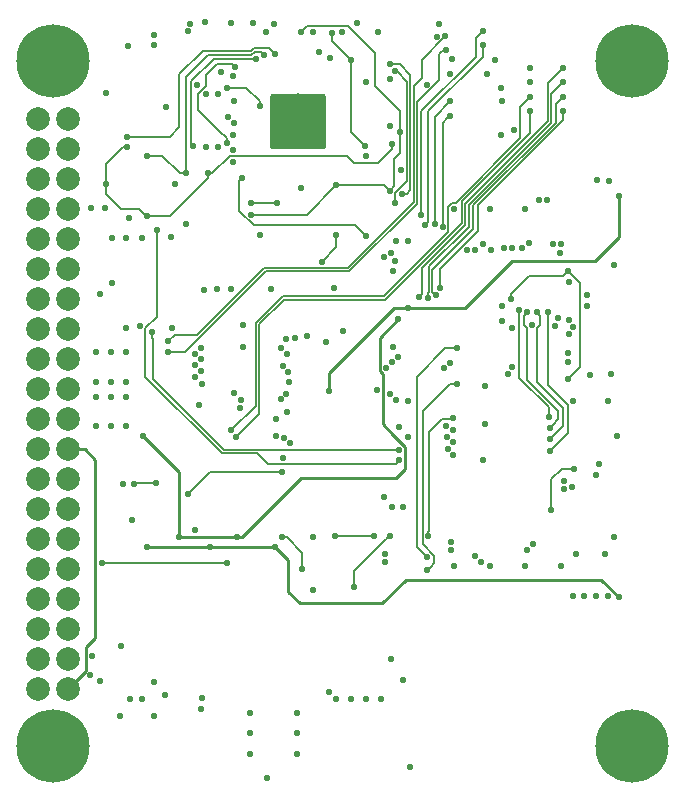
<source format=gbr>
G04 #@! TF.GenerationSoftware,KiCad,Pcbnew,5.0.2+dfsg1-1~bpo9+1*
G04 #@! TF.CreationDate,2019-11-06T14:07:43+01:00*
G04 #@! TF.ProjectId,zglue-demo-board,7a676c75-652d-4646-956d-6f2d626f6172,rev?*
G04 #@! TF.SameCoordinates,Original*
G04 #@! TF.FileFunction,Copper,L6,Bot*
G04 #@! TF.FilePolarity,Positive*
%FSLAX46Y46*%
G04 Gerber Fmt 4.6, Leading zero omitted, Abs format (unit mm)*
G04 Created by KiCad (PCBNEW 5.0.2+dfsg1-1~bpo9+1) date Wed 06 Nov 2019 02:07:43 PM CET*
%MOMM*%
%LPD*%
G01*
G04 APERTURE LIST*
G04 #@! TA.AperFunction,ComponentPad*
%ADD10C,6.200000*%
G04 #@! TD*
G04 #@! TA.AperFunction,Conductor*
%ADD11C,0.100000*%
G04 #@! TD*
G04 #@! TA.AperFunction,Conductor*
%ADD12C,4.700000*%
G04 #@! TD*
G04 #@! TA.AperFunction,ViaPad*
%ADD13C,0.500000*%
G04 #@! TD*
G04 #@! TA.AperFunction,ComponentPad*
%ADD14C,2.000000*%
G04 #@! TD*
G04 #@! TA.AperFunction,ViaPad*
%ADD15C,0.550000*%
G04 #@! TD*
G04 #@! TA.AperFunction,Conductor*
%ADD16C,0.250000*%
G04 #@! TD*
G04 #@! TA.AperFunction,Conductor*
%ADD17C,0.150000*%
G04 #@! TD*
G04 APERTURE END LIST*
D10*
G04 #@! TO.P,REF\002A\002A,0*
G04 #@! TO.N,N/C*
X3500000Y-4000000D03*
G04 #@! TD*
G04 #@! TO.P,REF\002A\002A,0*
G04 #@! TO.N,N/C*
X3500000Y-62000000D03*
G04 #@! TD*
G04 #@! TO.P,REF\002A\002A,0*
G04 #@! TO.N,N/C*
X52500000Y-62000000D03*
G04 #@! TD*
G04 #@! TO.P,REF\002A\002A,0*
G04 #@! TO.N,N/C*
X52500000Y-4000000D03*
G04 #@! TD*
D11*
G04 #@! TO.N,GND*
G04 #@! TO.C,U6*
G36*
X26374507Y-6751204D02*
X26398775Y-6754804D01*
X26422573Y-6760765D01*
X26445673Y-6769030D01*
X26467851Y-6779519D01*
X26488894Y-6792132D01*
X26508599Y-6806747D01*
X26526778Y-6823222D01*
X26543253Y-6841401D01*
X26557868Y-6861106D01*
X26570481Y-6882149D01*
X26580970Y-6904327D01*
X26589235Y-6927427D01*
X26595196Y-6951225D01*
X26598796Y-6975493D01*
X26600000Y-6999997D01*
X26600000Y-11200003D01*
X26598796Y-11224507D01*
X26595196Y-11248775D01*
X26589235Y-11272573D01*
X26580970Y-11295673D01*
X26570481Y-11317851D01*
X26557868Y-11338894D01*
X26543253Y-11358599D01*
X26526778Y-11376778D01*
X26508599Y-11393253D01*
X26488894Y-11407868D01*
X26467851Y-11420481D01*
X26445673Y-11430970D01*
X26422573Y-11439235D01*
X26398775Y-11445196D01*
X26374507Y-11448796D01*
X26350003Y-11450000D01*
X22149997Y-11450000D01*
X22125493Y-11448796D01*
X22101225Y-11445196D01*
X22077427Y-11439235D01*
X22054327Y-11430970D01*
X22032149Y-11420481D01*
X22011106Y-11407868D01*
X21991401Y-11393253D01*
X21973222Y-11376778D01*
X21956747Y-11358599D01*
X21942132Y-11338894D01*
X21929519Y-11317851D01*
X21919030Y-11295673D01*
X21910765Y-11272573D01*
X21904804Y-11248775D01*
X21901204Y-11224507D01*
X21900000Y-11200003D01*
X21900000Y-6999997D01*
X21901204Y-6975493D01*
X21904804Y-6951225D01*
X21910765Y-6927427D01*
X21919030Y-6904327D01*
X21929519Y-6882149D01*
X21942132Y-6861106D01*
X21956747Y-6841401D01*
X21973222Y-6823222D01*
X21991401Y-6806747D01*
X22011106Y-6792132D01*
X22032149Y-6779519D01*
X22054327Y-6769030D01*
X22077427Y-6760765D01*
X22101225Y-6754804D01*
X22125493Y-6751204D01*
X22149997Y-6750000D01*
X26350003Y-6750000D01*
X26374507Y-6751204D01*
X26374507Y-6751204D01*
G37*
D12*
X24250000Y-9100000D03*
D13*
X26350000Y-11200000D03*
X24950000Y-11200000D03*
X23550000Y-11200000D03*
X22150000Y-11200000D03*
X26350000Y-9800000D03*
X24950000Y-9800000D03*
X23550000Y-9800000D03*
X22150000Y-9800000D03*
X26350000Y-8400000D03*
X24950000Y-8400000D03*
X23550000Y-8400000D03*
X22150000Y-8400000D03*
X26350000Y-7000000D03*
X24950000Y-7000000D03*
X23550000Y-7000000D03*
X22150000Y-7000000D03*
G04 #@! TD*
D14*
G04 #@! TO.P,J4,40*
G04 #@! TO.N,Net-(J4-Pad40)*
X2230000Y-8870000D03*
G04 #@! TO.P,J4,39*
G04 #@! TO.N,GND*
X4770000Y-8870000D03*
G04 #@! TO.P,J4,38*
G04 #@! TO.N,Net-(J4-Pad38)*
X2230000Y-11410000D03*
G04 #@! TO.P,J4,37*
G04 #@! TO.N,Net-(J4-Pad37)*
X4770000Y-11410000D03*
G04 #@! TO.P,J4,36*
G04 #@! TO.N,Net-(J4-Pad36)*
X2230000Y-13950000D03*
G04 #@! TO.P,J4,35*
G04 #@! TO.N,Net-(J4-Pad35)*
X4770000Y-13950000D03*
G04 #@! TO.P,J4,34*
G04 #@! TO.N,GND*
X2230000Y-16490000D03*
G04 #@! TO.P,J4,33*
G04 #@! TO.N,Net-(J4-Pad33)*
X4770000Y-16490000D03*
G04 #@! TO.P,J4,32*
G04 #@! TO.N,Net-(J4-Pad32)*
X2230000Y-19030000D03*
G04 #@! TO.P,J4,31*
G04 #@! TO.N,Net-(J4-Pad31)*
X4770000Y-19030000D03*
G04 #@! TO.P,J4,30*
G04 #@! TO.N,GND*
X2230000Y-21570000D03*
G04 #@! TO.P,J4,29*
G04 #@! TO.N,Net-(J4-Pad29)*
X4770000Y-21570000D03*
G04 #@! TO.P,J4,28*
G04 #@! TO.N,Net-(J4-Pad28)*
X2230000Y-24110000D03*
G04 #@! TO.P,J4,27*
G04 #@! TO.N,Net-(J4-Pad27)*
X4770000Y-24110000D03*
G04 #@! TO.P,J4,26*
G04 #@! TO.N,Net-(J4-Pad26)*
X2230000Y-26650000D03*
G04 #@! TO.P,J4,25*
G04 #@! TO.N,GND*
X4770000Y-26650000D03*
G04 #@! TO.P,J4,24*
G04 #@! TO.N,Net-(J4-Pad24)*
X2230000Y-29190000D03*
G04 #@! TO.P,J4,23*
G04 #@! TO.N,Net-(J4-Pad23)*
X4770000Y-29190000D03*
G04 #@! TO.P,J4,22*
G04 #@! TO.N,Net-(J4-Pad22)*
X2230000Y-31730000D03*
G04 #@! TO.P,J4,21*
G04 #@! TO.N,Net-(J4-Pad21)*
X4770000Y-31730000D03*
G04 #@! TO.P,J4,20*
G04 #@! TO.N,GND*
X2230000Y-34270000D03*
G04 #@! TO.P,J4,19*
G04 #@! TO.N,Net-(J4-Pad19)*
X4770000Y-34270000D03*
G04 #@! TO.P,J4,18*
G04 #@! TO.N,Net-(J4-Pad18)*
X2230000Y-36810000D03*
G04 #@! TO.P,J4,17*
G04 #@! TO.N,Net-(J4-Pad1)*
X4770000Y-36810000D03*
G04 #@! TO.P,J4,16*
G04 #@! TO.N,Net-(J4-Pad16)*
X2230000Y-39350000D03*
G04 #@! TO.P,J4,15*
G04 #@! TO.N,Net-(J4-Pad15)*
X4770000Y-39350000D03*
G04 #@! TO.P,J4,14*
G04 #@! TO.N,GND*
X2230000Y-41890000D03*
G04 #@! TO.P,J4,13*
G04 #@! TO.N,Net-(J4-Pad13)*
X4770000Y-41890000D03*
G04 #@! TO.P,J4,12*
G04 #@! TO.N,Net-(J4-Pad12)*
X2230000Y-44430000D03*
G04 #@! TO.P,J4,11*
G04 #@! TO.N,Net-(J4-Pad11)*
X4770000Y-44430000D03*
G04 #@! TO.P,J4,10*
G04 #@! TO.N,Net-(J4-Pad10)*
X2230000Y-46970000D03*
G04 #@! TO.P,J4,9*
G04 #@! TO.N,GND*
X4770000Y-46970000D03*
G04 #@! TO.P,J4,8*
G04 #@! TO.N,Net-(J4-Pad8)*
X2230000Y-49510000D03*
G04 #@! TO.P,J4,7*
G04 #@! TO.N,Net-(J4-Pad7)*
X4770000Y-49510000D03*
G04 #@! TO.P,J4,6*
G04 #@! TO.N,GND*
X2230000Y-52050000D03*
G04 #@! TO.P,J4,5*
G04 #@! TO.N,/RPI_SCL*
X4770000Y-52050000D03*
G04 #@! TO.P,J4,4*
G04 #@! TO.N,/5V0_IN*
X2230000Y-54590000D03*
G04 #@! TO.P,J4,3*
G04 #@! TO.N,/RPI_SDA*
X4770000Y-54590000D03*
G04 #@! TO.P,J4,2*
G04 #@! TO.N,/5V0_IN*
X2230000Y-57130000D03*
G04 #@! TO.P,J4,1*
G04 #@! TO.N,Net-(J4-Pad1)*
X4770000Y-57130000D03*
G04 #@! TD*
D15*
G04 #@! TO.N,/CSI_CLK_IN_N*
X43641351Y-45388649D03*
X23278649Y-28798649D03*
G04 #@! TO.N,GND*
X24500000Y-14750000D03*
X18750000Y-12500000D03*
X18750000Y-11500000D03*
X16500000Y-6750000D03*
X17500000Y-6750000D03*
X18750000Y-5250000D03*
X18750000Y-10250000D03*
X18835883Y-7335883D03*
X8000000Y-6650000D03*
X21000000Y-18750000D03*
X32000000Y-9500000D03*
X33000000Y-13250000D03*
X30000000Y-12000000D03*
X31000000Y-1500000D03*
X29250000Y-750000D03*
X28000000Y-1500000D03*
X25500000Y-1500000D03*
X21500000Y-1500000D03*
X27000000Y-3750000D03*
X30000000Y-5750000D03*
X32000000Y-5500000D03*
X33750000Y-63750000D03*
X9250000Y-53500000D03*
X25500000Y-44250000D03*
X25500000Y-48750000D03*
X46500000Y-46750000D03*
X43500000Y-46750000D03*
X40500000Y-46750000D03*
X37500000Y-46750000D03*
X16500000Y-11250000D03*
X17500000Y-11250000D03*
X13040000Y-7900000D03*
X51250000Y-35750000D03*
X51000000Y-44250000D03*
X49750000Y-38100000D03*
X49500000Y-39000000D03*
X51000000Y-21250000D03*
X50750000Y-30500000D03*
X48750000Y-23750000D03*
X48750000Y-24750000D03*
X37500000Y-16500000D03*
X40500000Y-16500000D03*
X43500000Y-16500000D03*
X41500000Y-24750000D03*
X41500000Y-26000000D03*
X42000000Y-30500000D03*
X16100000Y-31300000D03*
X23200000Y-27500000D03*
X19600000Y-28200000D03*
X23500000Y-31200000D03*
X23300000Y-33700000D03*
X22400000Y-34300000D03*
X22400000Y-35700000D03*
X32300000Y-28200000D03*
X32700000Y-29000000D03*
X30900000Y-31800000D03*
X33600000Y-32800000D03*
X32800000Y-35000000D03*
X33600000Y-35800000D03*
X39900000Y-37800000D03*
X40100000Y-34700000D03*
X40100000Y-31500000D03*
X40600000Y-20000000D03*
X47200000Y-22700000D03*
X47100000Y-29500000D03*
X47490000Y-40037510D03*
X13800000Y-14400000D03*
X9900000Y-17300000D03*
X31600000Y-46375013D03*
X47558420Y-26534458D03*
X46500000Y-19500000D03*
X15739117Y-5989117D03*
X9700000Y-26600000D03*
X9400000Y-39800000D03*
X21650000Y-64650000D03*
X15900000Y-33125010D03*
X9840000Y-2670000D03*
X12080000Y-2650000D03*
X10030000Y-58010000D03*
X9160000Y-59460000D03*
G04 #@! TO.N,/CSI_D2_IN_P*
X37190000Y-44672500D03*
X23248649Y-32161351D03*
G04 #@! TO.N,/CSI_D2_IN_N*
X37190000Y-45347500D03*
X22771351Y-32638649D03*
G04 #@! TO.N,/CSI_D1_IN_P*
X39708649Y-46388649D03*
X22961351Y-29831351D03*
G04 #@! TO.N,/CSI_D1_IN_N*
X39231351Y-45911351D03*
X23438649Y-30308649D03*
G04 #@! TO.N,/CSI_CLK_IN_P*
X44118649Y-44911351D03*
X22801351Y-28321351D03*
G04 #@! TO.N,/CAM_GPIO_IN*
X47500000Y-49250000D03*
G04 #@! TO.N,/CAM_CLK_IN*
X48500000Y-49250000D03*
G04 #@! TO.N,/CAM_SCL_IN*
X49500000Y-49250000D03*
G04 #@! TO.N,/CAM_SDA_IN*
X50500000Y-49250000D03*
G04 #@! TO.N,/3V3_SYS*
X16800000Y-45100000D03*
X11500000Y-45100000D03*
X22300000Y-45100000D03*
X26900000Y-31900000D03*
X51400000Y-15400000D03*
X51400000Y-49400000D03*
X33600000Y-24900000D03*
G04 #@! TO.N,/CSI_CLK_OUT_P*
X37088649Y-29511351D03*
X45337500Y-15750000D03*
G04 #@! TO.N,/CSI_D1_OUT_N*
X31701351Y-29958649D03*
X38582500Y-19970000D03*
G04 #@! TO.N,/CSI_D1_OUT_P*
X32178649Y-29481351D03*
X39257500Y-19970000D03*
G04 #@! TO.N,/CSI_D2_OUT_N*
X32528649Y-32658649D03*
X41682500Y-19830000D03*
G04 #@! TO.N,/CSI_D2_OUT_P*
X32051351Y-32181351D03*
X42357500Y-19830000D03*
G04 #@! TO.N,/CSI_CLK_OUT_N*
X36611351Y-29988649D03*
X44662500Y-15750000D03*
G04 #@! TO.N,/PROG_USB_D_N*
X18354986Y-8755162D03*
X47197079Y-27104610D03*
G04 #@! TO.N,/PROG_USB_D_P*
X18839654Y-9224990D03*
X47200000Y-25900000D03*
G04 #@! TO.N,/5V0_DBG_USB*
X49000000Y-30600000D03*
G04 #@! TO.N,/USB_D_N*
X23538649Y-36338649D03*
X46800000Y-40237500D03*
G04 #@! TO.N,/USB_D_P*
X23061351Y-35861351D03*
X46800000Y-39562500D03*
G04 #@! TO.N,/E_PROC_SO_3V3*
X43800000Y-19400000D03*
X17400000Y-23300000D03*
G04 #@! TO.N,/E_PROC_SI_3V3*
X43200000Y-19800000D03*
X18600000Y-23300000D03*
G04 #@! TO.N,/E_PROC_SS_3V3*
X46400000Y-20200000D03*
X19600000Y-26300000D03*
G04 #@! TO.N,/E_PROC_SCK_3V3*
X45800000Y-19500000D03*
X16300000Y-23400000D03*
G04 #@! TO.N,/E_CTRL_SS_3V3*
X26250000Y-21000000D03*
X27500000Y-18750000D03*
X46000000Y-26400000D03*
X26600000Y-27800000D03*
G04 #@! TO.N,/E_CTRL_SO_3V3*
X44100000Y-26300000D03*
X25000000Y-27300000D03*
G04 #@! TO.N,/E_PROC_RST_3V3*
X27300000Y-23200000D03*
X22000000Y-23300000D03*
G04 #@! TO.N,/1V8_SYS*
X11100000Y-35700000D03*
X14200000Y-44300000D03*
X19100000Y-44300000D03*
X18200000Y-46500000D03*
X7625010Y-46502963D03*
G04 #@! TO.N,/E_CTRL_SI_3V3*
X42400000Y-26600000D03*
X28100000Y-26800000D03*
G04 #@! TO.N,/E_CTRL_SCK_3V3*
X46300000Y-25700000D03*
X24000000Y-27400000D03*
G04 #@! TO.N,Net-(R7-Pad1)*
X20700000Y-3800000D03*
X15400000Y-11200000D03*
G04 #@! TO.N,Net-(R6-Pad1)*
X11500000Y-12000000D03*
X14750000Y-13500000D03*
X21403749Y-3498126D03*
G04 #@! TO.N,Net-(R5-Pad2)*
X9800000Y-10400000D03*
X22300000Y-3400000D03*
G04 #@! TO.N,/VUSB*
X47750000Y-45750000D03*
X50250000Y-45750000D03*
X50500000Y-32750000D03*
X47500000Y-32750000D03*
X23000000Y-37600000D03*
X22900000Y-38800000D03*
X14960000Y-40630000D03*
X16000000Y-58850000D03*
X16089124Y-57910876D03*
G04 #@! TO.N,GND*
X7500000Y-56500000D03*
X6680494Y-55961746D03*
G04 #@! TO.N,/3V3_SYS*
X18575000Y-800000D03*
X32489124Y-20889124D03*
X26000000Y-3200000D03*
G04 #@! TO.N,/5V0_DBG_USB*
X36200001Y-874999D03*
G04 #@! TO.N,/I2C_1_SDA*
X43900000Y-8200000D03*
X19025000Y-35825000D03*
G04 #@! TO.N,/I2C_1_SCL*
X43900000Y-7025000D03*
X18575000Y-35250000D03*
G04 #@! TO.N,/I2C_0_SDA*
X43900000Y-5800000D03*
X13225000Y-27725000D03*
X36725000Y-1900000D03*
G04 #@! TO.N,/I2C_0_SCL*
X43900000Y-4600000D03*
X13210075Y-28638323D03*
X36750000Y-3025000D03*
G04 #@! TO.N,/1V8_SYS*
X16350000Y-675000D03*
X17750000Y-4950000D03*
X32750000Y-25800000D03*
X32300000Y-21750000D03*
X39925000Y-19500000D03*
X19525000Y-13875000D03*
X29975000Y-18825000D03*
G04 #@! TO.N,/5V0_IN*
X12040000Y-56520000D03*
X13000000Y-57690000D03*
X11010000Y-57960000D03*
X12020000Y-59470000D03*
X6825000Y-54375000D03*
G04 #@! TO.N,/VCCIO1*
X31600000Y-45700000D03*
X22900000Y-44300000D03*
X24600000Y-47000000D03*
G04 #@! TO.N,Net-(R25-Pad2)*
X29000000Y-48500000D03*
X32000000Y-44200000D03*
G04 #@! TO.N,Net-(R30-Pad2)*
X45484655Y-34095345D03*
X42950000Y-25080000D03*
G04 #@! TO.N,Net-(R31-Pad2)*
X45560000Y-35040000D03*
X43680000Y-25260000D03*
G04 #@! TO.N,Net-(R32-Pad2)*
X45560000Y-36010000D03*
X44500000Y-25260000D03*
G04 #@! TO.N,Net-(R33-Pad2)*
X45600000Y-37000000D03*
X45400000Y-25260000D03*
G04 #@! TO.N,/VCCIO3*
X42300000Y-24100000D03*
X47100000Y-21800000D03*
X10200000Y-42800000D03*
X47100000Y-30900000D03*
G04 #@! TO.N,/VCCIO2*
X42400000Y-29900000D03*
X47100000Y-28700000D03*
X15500000Y-43700000D03*
G04 #@! TO.N,Net-(R29-Pad2)*
X45700000Y-42000000D03*
X47600000Y-38500000D03*
G04 #@! TO.N,/TMS*
X16000000Y-29250000D03*
X27500000Y-58000000D03*
G04 #@! TO.N,/TCK*
X15500000Y-29750000D03*
X28750000Y-58000000D03*
X26900000Y-57400000D03*
G04 #@! TO.N,/TDO*
X15500000Y-28750000D03*
X30000000Y-58000000D03*
G04 #@! TO.N,/TDI*
X16000000Y-28250000D03*
X31250000Y-58000000D03*
G04 #@! TO.N,Net-(J4-Pad8)*
X32525000Y-19225000D03*
G04 #@! TO.N,Net-(J4-Pad10)*
X33525000Y-19200000D03*
G04 #@! TO.N,/LED3_ISINK*
X8400000Y-28650000D03*
X19350000Y-33400000D03*
G04 #@! TO.N,/LED2_ISINK*
X9650000Y-28650000D03*
X19400000Y-32650000D03*
G04 #@! TO.N,/LED1_ISINK*
X7150000Y-28650000D03*
X18800000Y-32050000D03*
G04 #@! TO.N,/PWR_BTN*
X14749199Y-17749199D03*
X12100000Y-1800000D03*
G04 #@! TO.N,/DBG_RX*
X15500000Y-30750000D03*
X7475000Y-23725000D03*
G04 #@! TO.N,/DBG_TX*
X16000000Y-30250000D03*
X8500000Y-22775000D03*
G04 #@! TO.N,/PROC_OUT_0*
X9650000Y-32400000D03*
X31539444Y-40875000D03*
G04 #@! TO.N,/PROC_OUT_1*
X8400000Y-32400000D03*
X33100000Y-41750000D03*
G04 #@! TO.N,/PROC_OUT_2*
X7150000Y-32400000D03*
X32250000Y-41750000D03*
G04 #@! TO.N,/E_PROC_RST*
X35200000Y-46000000D03*
X37700000Y-28300000D03*
G04 #@! TO.N,/CTRL_RST_FLASH_SOC_CS*
X35200000Y-47100000D03*
X37700000Y-31300000D03*
X8500000Y-19000000D03*
G04 #@! TO.N,/DONE*
X35275010Y-44200000D03*
X37400000Y-34200000D03*
X13500000Y-18900000D03*
G04 #@! TO.N,/FLASH_CLK*
X36759637Y-34900000D03*
X13600000Y-26600000D03*
G04 #@! TO.N,/FLASH_CS*
X37400000Y-35200000D03*
X9700000Y-19000000D03*
G04 #@! TO.N,/FLASH_IO0*
X36839365Y-35850587D03*
X10894383Y-26403066D03*
G04 #@! TO.N,/FLASH_IO1*
X37362623Y-36277000D03*
X11000000Y-19000000D03*
G04 #@! TO.N,/FLASH_IO2*
X36922702Y-36822702D03*
X32800000Y-36900000D03*
X11925000Y-26925000D03*
G04 #@! TO.N,/FLASH_IO3*
X37400000Y-37300000D03*
X32800000Y-37800000D03*
X12300000Y-18300000D03*
G04 #@! TO.N,/VCCIO*
X27500000Y-14500000D03*
X32000000Y-15000000D03*
X20300000Y-17000000D03*
X32900000Y-10000000D03*
X24500000Y-1500000D03*
G04 #@! TO.N,Net-(R9-Pad2)*
X18250000Y-6250000D03*
X21000000Y-7750000D03*
G04 #@! TO.N,Net-(R14-Pad1)*
X20250000Y-16000000D03*
X22500000Y-16000000D03*
G04 #@! TO.N,/3V3_FTDI*
X8000000Y-14400000D03*
X11500000Y-17100000D03*
X9800000Y-11300000D03*
X16600000Y-13500000D03*
X32200000Y-11000000D03*
G04 #@! TO.N,/1V8_FTDI*
X28700000Y-3900000D03*
X27100000Y-1600000D03*
X29900000Y-11200000D03*
X18200000Y-10900000D03*
X18900000Y-4500000D03*
G04 #@! TO.N,/CTRL_RST_FLASH_SOC_CS_3V3*
X27400000Y-44200000D03*
X30669474Y-44175010D03*
G04 #@! TO.N,Net-(D6-Pad2)*
X10380000Y-39770000D03*
X12240000Y-39690000D03*
G04 #@! TO.N,Net-(D11-Pad2)*
X20150000Y-60900000D03*
X8400000Y-34900000D03*
G04 #@! TO.N,Net-(D8-Pad2)*
X24150000Y-60900000D03*
X7150000Y-31150000D03*
G04 #@! TO.N,Net-(D10-Pad2)*
X24150000Y-59150000D03*
X9650000Y-31150000D03*
G04 #@! TO.N,Net-(D13-Pad2)*
X20150000Y-62650000D03*
X7150000Y-34900000D03*
G04 #@! TO.N,Net-(D12-Pad2)*
X24150000Y-62650000D03*
X8400000Y-31150000D03*
G04 #@! TO.N,Net-(D9-Pad2)*
X20150000Y-59150000D03*
X9650000Y-34900000D03*
G04 #@! TO.N,/CAM_SDA_OUT*
X50550000Y-14100000D03*
X41425000Y-6225000D03*
G04 #@! TO.N,/CAM_SCL_OUT*
X49550000Y-14050000D03*
X41500000Y-7400000D03*
G04 #@! TO.N,/CAM_SDA_IN*
X41475000Y-10275000D03*
X40275000Y-5050000D03*
G04 #@! TO.N,/CAM_SCL_IN*
X42575000Y-9800000D03*
X40949999Y-3875001D03*
G04 #@! TO.N,/CAM_CLK_IN*
X33100000Y-56400000D03*
G04 #@! TO.N,/CAM_GPIO_IN*
X32100000Y-54600000D03*
G04 #@! TO.N,/I2C_0_SCL_3V3*
X39900000Y-1400000D03*
X34700000Y-17000000D03*
G04 #@! TO.N,/I2C_0_SDA_3V3*
X39900000Y-2600000D03*
X34998248Y-17898248D03*
G04 #@! TO.N,/I2C_1_SCL_3V3*
X37100000Y-7400000D03*
X35813238Y-17755010D03*
G04 #@! TO.N,/I2C_1_SDA_3V3*
X37100000Y-8600000D03*
X36500000Y-18000000D03*
X35150000Y-5975000D03*
G04 #@! TO.N,Net-(R47-Pad2)*
X46700000Y-8200000D03*
X36300000Y-23200000D03*
G04 #@! TO.N,Net-(R46-Pad2)*
X46700000Y-7025000D03*
X35900000Y-23800000D03*
G04 #@! TO.N,Net-(R45-Pad2)*
X46700000Y-5800000D03*
X35259637Y-24013454D03*
G04 #@! TO.N,Net-(R44-Pad2)*
X46700000Y-4600000D03*
X34500000Y-24000000D03*
G04 #@! TO.N,Net-(R48-Pad2)*
X7900000Y-16400000D03*
X15100000Y-825000D03*
G04 #@! TO.N,Net-(R49-Pad2)*
X6700000Y-16400000D03*
X14911043Y-1475000D03*
G04 #@! TO.N,/DBG_RX_3V3*
X22200000Y-875000D03*
X31550000Y-20550000D03*
X32500000Y-15975000D03*
X32500000Y-4850000D03*
G04 #@! TO.N,/DBG_TX_3V3*
X20475000Y-775000D03*
X32150000Y-20225000D03*
X33075000Y-15250000D03*
X32050000Y-4275000D03*
G04 #@! TO.N,/RPI_SCL*
X37126624Y-5101624D03*
G04 #@! TO.N,/RPI_SDA*
X37300000Y-3800000D03*
X36039124Y-1914124D03*
G04 #@! TD*
D16*
G04 #@! TO.N,/3V3_SYS*
X16800000Y-45100000D02*
X11500000Y-45100000D01*
X16800000Y-45100000D02*
X22300000Y-45100000D01*
X26900000Y-31900000D02*
X26900000Y-30400000D01*
X26900000Y-30400000D02*
X32400000Y-24900000D01*
X38400000Y-24900000D02*
X42400000Y-20900000D01*
X42400000Y-20900000D02*
X49400000Y-20900000D01*
X49400000Y-20900000D02*
X51400000Y-18900000D01*
X51400000Y-18900000D02*
X51400000Y-15400000D01*
X51400000Y-49400000D02*
X49900000Y-47900000D01*
X49900000Y-47900000D02*
X33400000Y-47900000D01*
X33400000Y-47900000D02*
X31400000Y-49900000D01*
X31400000Y-49900000D02*
X24400000Y-49900000D01*
X24400000Y-49900000D02*
X23400000Y-48900000D01*
X23400000Y-46200000D02*
X22300000Y-45100000D01*
X23400000Y-48900000D02*
X23400000Y-46200000D01*
X32400000Y-24900000D02*
X34500000Y-24900000D01*
X34500000Y-24900000D02*
X38400000Y-24900000D01*
D17*
G04 #@! TO.N,/E_CTRL_SS_3V3*
X27500000Y-19750000D02*
X27500000Y-18750000D01*
X26250000Y-21000000D02*
X27500000Y-19750000D01*
G04 #@! TO.N,/E_PROC_RST_3V3*
X22100000Y-23200000D02*
X22000000Y-23300000D01*
D16*
G04 #@! TO.N,/1V8_SYS*
X11100000Y-35700000D02*
X14200000Y-38800000D01*
X14200000Y-38800000D02*
X14200000Y-44300000D01*
X19100000Y-44300000D02*
X14200000Y-44300000D01*
D17*
X12900000Y-46500000D02*
X18200000Y-46500000D01*
X12900000Y-46500000D02*
X7627973Y-46500000D01*
X7627973Y-46500000D02*
X7625010Y-46502963D01*
G04 #@! TO.N,Net-(R7-Pad1)*
X20700000Y-3800000D02*
X20311092Y-3800000D01*
X20311092Y-3800000D02*
X17100000Y-3800000D01*
X17100000Y-3800000D02*
X15200000Y-5700000D01*
X15200000Y-5700000D02*
X15200000Y-11000000D01*
X15200000Y-11000000D02*
X15400000Y-11200000D01*
G04 #@! TO.N,Net-(R6-Pad1)*
X11500000Y-12000000D02*
X12750000Y-12000000D01*
X14250000Y-13500000D02*
X14750000Y-13500000D01*
X12750000Y-12000000D02*
X14250000Y-13500000D01*
X16600000Y-3500000D02*
X20296998Y-3500000D01*
X20573871Y-3223127D02*
X21128750Y-3223127D01*
X21128750Y-3223127D02*
X21403749Y-3498126D01*
X14750000Y-13500000D02*
X14750000Y-5350000D01*
X20296998Y-3500000D02*
X20573871Y-3223127D01*
X14750000Y-5350000D02*
X16600000Y-3500000D01*
G04 #@! TO.N,Net-(R5-Pad2)*
X21800000Y-2900000D02*
X22025001Y-3125001D01*
X20308074Y-3100000D02*
X20508074Y-2900000D01*
X16200000Y-3100000D02*
X20308074Y-3100000D01*
X9800000Y-10400000D02*
X13400000Y-10400000D01*
X22025001Y-3125001D02*
X22300000Y-3400000D01*
X20508074Y-2900000D02*
X21800000Y-2900000D01*
X13400000Y-10400000D02*
X14200000Y-9600000D01*
X14200000Y-9600000D02*
X14200000Y-5100000D01*
X14200000Y-5100000D02*
X16200000Y-3100000D01*
G04 #@! TO.N,/VUSB*
X16790000Y-38800000D02*
X22900000Y-38800000D01*
X14960000Y-40630000D02*
X16790000Y-38800000D01*
G04 #@! TO.N,/I2C_1_SDA*
X19025000Y-35825000D02*
X20975000Y-33875000D01*
X20975000Y-33875000D02*
X20975000Y-26288922D01*
X20975000Y-26288922D02*
X23031961Y-24231961D01*
X23031961Y-24231961D02*
X31618039Y-24231961D01*
X38149982Y-17700018D02*
X38149982Y-15850018D01*
X31618039Y-24231961D02*
X38149982Y-17700018D01*
X43900000Y-10100000D02*
X43900000Y-8200000D01*
X38149982Y-15850018D02*
X43900000Y-10100000D01*
G04 #@! TO.N,/I2C_1_SCL*
X43075000Y-7850000D02*
X43900000Y-7025000D01*
X22975000Y-23900000D02*
X31500000Y-23900000D01*
X37600000Y-15975000D02*
X43075000Y-10500000D01*
X20675000Y-33150000D02*
X20675000Y-26200000D01*
X20675000Y-26200000D02*
X22975000Y-23900000D01*
X18575000Y-35250000D02*
X20675000Y-33150000D01*
X31500000Y-23900000D02*
X36975001Y-18424999D01*
X36975001Y-18424999D02*
X36975001Y-16321997D01*
X36975001Y-16321997D02*
X37321998Y-15975000D01*
X37321998Y-15975000D02*
X37600000Y-15975000D01*
X43075000Y-10500000D02*
X43075000Y-7850000D01*
G04 #@! TO.N,/I2C_0_SDA*
X34050000Y-6125000D02*
X34725000Y-5450000D01*
X28475000Y-21525000D02*
X34050000Y-15950000D01*
X34050000Y-15950000D02*
X34050000Y-6125000D01*
X13800000Y-27150000D02*
X15725000Y-27150000D01*
X13225000Y-27725000D02*
X13800000Y-27150000D01*
X21350000Y-21525000D02*
X28475000Y-21525000D01*
X15725000Y-27150000D02*
X21350000Y-21525000D01*
X34725000Y-5450000D02*
X34725000Y-3900000D01*
X34725000Y-3900000D02*
X36725000Y-1900000D01*
G04 #@! TO.N,/I2C_0_SCL*
X14686677Y-28638323D02*
X21524989Y-21800011D01*
X34325011Y-16063913D02*
X34325011Y-7477991D01*
X28588914Y-21800010D02*
X34325011Y-16063913D01*
X21524989Y-21800011D02*
X28588914Y-21800010D01*
X13210075Y-28638323D02*
X14686677Y-28638323D01*
X34325011Y-7477991D02*
X36178002Y-5625000D01*
X36178002Y-5625000D02*
X36178002Y-3421998D01*
X36178002Y-3421998D02*
X36750000Y-2850000D01*
D16*
G04 #@! TO.N,/1V8_SYS*
X19488908Y-44300000D02*
X24513908Y-39275000D01*
X19100000Y-44300000D02*
X19488908Y-44300000D01*
X24513908Y-39275000D02*
X32575000Y-39275000D01*
X33325001Y-36647999D02*
X32327002Y-35650000D01*
X33325001Y-38524999D02*
X33325001Y-36647999D01*
X32575000Y-39275000D02*
X33325001Y-38524999D01*
X31176350Y-30210650D02*
X31176350Y-27423650D01*
X31425001Y-34747999D02*
X31425001Y-30459301D01*
X31425001Y-30459301D02*
X31176350Y-30210650D01*
X32327002Y-35650000D02*
X31425001Y-34747999D01*
X32750000Y-25850000D02*
X32750000Y-25800000D01*
X31176350Y-27423650D02*
X32750000Y-25850000D01*
D17*
X19250001Y-16653003D02*
X20496998Y-17900000D01*
X19250001Y-14149999D02*
X19250001Y-16653003D01*
X19525000Y-13875000D02*
X19250001Y-14149999D01*
X20496998Y-17900000D02*
X29050000Y-17900000D01*
X29050000Y-17900000D02*
X29975000Y-18825000D01*
G04 #@! TO.N,/VCCIO1*
X23288908Y-44300000D02*
X24600000Y-45611092D01*
X22900000Y-44300000D02*
X23288908Y-44300000D01*
X24600000Y-45611092D02*
X24600000Y-47000000D01*
G04 #@! TO.N,Net-(R25-Pad2)*
X29000000Y-48500000D02*
X29000000Y-47200000D01*
X29000000Y-47200000D02*
X31725001Y-44474999D01*
X31725001Y-44474999D02*
X32000000Y-44200000D01*
G04 #@! TO.N,Net-(R30-Pad2)*
X45484655Y-34095345D02*
X45484655Y-33314655D01*
X42950000Y-30780000D02*
X42950000Y-25080000D01*
X45484655Y-33314655D02*
X42950000Y-30780000D01*
G04 #@! TO.N,Net-(R31-Pad2)*
X43680000Y-31020000D02*
X46280000Y-33620000D01*
X43680000Y-26583002D02*
X43680000Y-31020000D01*
X43405001Y-26308003D02*
X43680000Y-26583002D01*
X46280000Y-34320000D02*
X45834999Y-34765001D01*
X46280000Y-33620000D02*
X46280000Y-34320000D01*
X45834999Y-34765001D02*
X45560000Y-35040000D01*
X43680000Y-25260000D02*
X43405001Y-25534999D01*
X43405001Y-25534999D02*
X43405001Y-26308003D01*
G04 #@! TO.N,Net-(R32-Pad2)*
X44500000Y-26603002D02*
X44774999Y-26328003D01*
X44774999Y-25534999D02*
X44500000Y-25260000D01*
X44774999Y-26328003D02*
X44774999Y-25534999D01*
X46680000Y-33330000D02*
X44500000Y-31150000D01*
X46680000Y-34890000D02*
X46680000Y-33330000D01*
X45560000Y-36010000D02*
X46680000Y-34890000D01*
X44500000Y-31150000D02*
X44500000Y-26603002D01*
G04 #@! TO.N,Net-(R33-Pad2)*
X45600000Y-37000000D02*
X47140000Y-35460000D01*
X47140000Y-35460000D02*
X47140000Y-33120000D01*
X45400000Y-31380000D02*
X45400000Y-25260000D01*
X47140000Y-33120000D02*
X45400000Y-31380000D01*
G04 #@! TO.N,/VCCIO3*
X42300000Y-24100000D02*
X42300000Y-23700000D01*
X42300000Y-23700000D02*
X43800000Y-22200000D01*
X43800000Y-22200000D02*
X46700000Y-22200000D01*
X46700000Y-22200000D02*
X47100000Y-21800000D01*
X47100000Y-30900000D02*
X48100000Y-29900000D01*
X48100000Y-22800000D02*
X47100000Y-21800000D01*
X48100000Y-29900000D02*
X48100000Y-22800000D01*
G04 #@! TO.N,Net-(R29-Pad2)*
X45700000Y-42000000D02*
X45700000Y-39400000D01*
X46600000Y-38500000D02*
X47600000Y-38500000D01*
X45700000Y-39400000D02*
X46600000Y-38500000D01*
D16*
G04 #@! TO.N,Net-(J4-Pad1)*
X6184213Y-36810000D02*
X7100000Y-37725787D01*
X4770000Y-36810000D02*
X6184213Y-36810000D01*
X7100000Y-37725787D02*
X7100000Y-52800000D01*
X7100000Y-52800000D02*
X6300000Y-53600000D01*
X6300000Y-55600000D02*
X4770000Y-57130000D01*
X6300000Y-53600000D02*
X6300000Y-55600000D01*
D17*
G04 #@! TO.N,/E_PROC_RST*
X36700000Y-28300000D02*
X37700000Y-28300000D01*
X35200000Y-46000000D02*
X34300000Y-45100000D01*
X34300000Y-45100000D02*
X34300000Y-30700000D01*
X34300000Y-30700000D02*
X36700000Y-28300000D01*
G04 #@! TO.N,/CTRL_RST_FLASH_SOC_CS*
X35200000Y-47100000D02*
X35474999Y-46825001D01*
X35474999Y-46825001D02*
X35800000Y-46500000D01*
X35800000Y-46500000D02*
X35800000Y-45900000D01*
X35800000Y-45900000D02*
X34800000Y-44900000D01*
X34800000Y-44900000D02*
X34800000Y-33600000D01*
X37100000Y-31300000D02*
X37700000Y-31300000D01*
X34800000Y-33600000D02*
X37100000Y-31300000D01*
G04 #@! TO.N,/DONE*
X35275010Y-43811092D02*
X35300000Y-43786102D01*
X35275010Y-44200000D02*
X35275010Y-43811092D01*
X35300000Y-43786102D02*
X35300000Y-35400000D01*
X36400000Y-34300000D02*
X37500000Y-34300000D01*
X35300000Y-35400000D02*
X36400000Y-34300000D01*
G04 #@! TO.N,/FLASH_IO2*
X32800000Y-36900000D02*
X18000000Y-36900000D01*
X18000000Y-36900000D02*
X12000000Y-30900000D01*
X11925000Y-27425000D02*
X11925000Y-26925000D01*
X12000000Y-27500000D02*
X11925000Y-27425000D01*
X12000000Y-30900000D02*
X12000000Y-27500000D01*
G04 #@! TO.N,/FLASH_IO3*
X12300000Y-25625000D02*
X12300000Y-18300000D01*
X11328001Y-26596999D02*
X12300000Y-25625000D01*
X11328001Y-30728001D02*
X11328001Y-26596999D01*
X20775010Y-37175010D02*
X17775010Y-37175010D01*
X21675001Y-38075001D02*
X20775010Y-37175010D01*
X32524999Y-38075001D02*
X21675001Y-38075001D01*
X17775010Y-37175010D02*
X11328001Y-30728001D01*
X32800000Y-37800000D02*
X32524999Y-38075001D01*
G04 #@! TO.N,/VCCIO*
X27500000Y-14500000D02*
X31500000Y-14500000D01*
X31500000Y-14500000D02*
X32000000Y-15000000D01*
X25000000Y-17000000D02*
X27500000Y-14500000D01*
X20300000Y-17000000D02*
X25000000Y-17000000D01*
X32900000Y-10000000D02*
X32900000Y-11800000D01*
X32900000Y-11800000D02*
X32400000Y-12300000D01*
X32400000Y-14600000D02*
X32000000Y-15000000D01*
X32400000Y-12300000D02*
X32400000Y-14600000D01*
X32900000Y-8200000D02*
X32900000Y-10000000D01*
X30800000Y-6100000D02*
X32900000Y-8200000D01*
X24500000Y-1500000D02*
X25000000Y-1000000D01*
X25000000Y-1000000D02*
X28500000Y-1000000D01*
X30800000Y-3300000D02*
X30800000Y-6100000D01*
X28500000Y-1000000D02*
X30800000Y-3300000D01*
G04 #@! TO.N,Net-(R9-Pad2)*
X18638908Y-6250000D02*
X18250000Y-6250000D01*
X19888908Y-6250000D02*
X18638908Y-6250000D01*
X21000000Y-7361092D02*
X19888908Y-6250000D01*
X21000000Y-7750000D02*
X21000000Y-7361092D01*
G04 #@! TO.N,Net-(R14-Pad1)*
X20250000Y-16000000D02*
X22500000Y-16000000D01*
G04 #@! TO.N,/3V3_FTDI*
X8000000Y-14400000D02*
X8000000Y-15200000D01*
X8000000Y-15200000D02*
X9300000Y-16500000D01*
X9300000Y-16500000D02*
X10800000Y-16500000D01*
X11400000Y-17100000D02*
X11500000Y-17100000D01*
X10800000Y-16500000D02*
X11400000Y-17100000D01*
X8000000Y-12711092D02*
X8000000Y-14011092D01*
X8000000Y-14011092D02*
X8000000Y-14400000D01*
X9411092Y-11300000D02*
X8000000Y-12711092D01*
X9800000Y-11300000D02*
X9411092Y-11300000D01*
X11888908Y-17100000D02*
X11500000Y-17100000D01*
X13388908Y-17100000D02*
X11888908Y-17100000D01*
X16600000Y-13888908D02*
X13388908Y-17100000D01*
X16600000Y-13500000D02*
X16600000Y-13888908D01*
X16988908Y-13500000D02*
X18488908Y-12000000D01*
X16600000Y-13500000D02*
X16988908Y-13500000D01*
X18488908Y-12000000D02*
X28400000Y-12000000D01*
X28400000Y-12000000D02*
X29000000Y-12600000D01*
X29000000Y-12600000D02*
X31000000Y-12600000D01*
X32200000Y-11400000D02*
X32200000Y-11000000D01*
X31000000Y-12600000D02*
X32200000Y-11400000D01*
G04 #@! TO.N,/1V8_FTDI*
X28700000Y-3900000D02*
X27100000Y-2300000D01*
X27100000Y-2300000D02*
X27100000Y-1600000D01*
X28700000Y-10000000D02*
X28700000Y-3900000D01*
X29900000Y-11200000D02*
X28700000Y-10000000D01*
X17350000Y-4225000D02*
X18625000Y-4225000D01*
X18625000Y-4225000D02*
X18900000Y-4500000D01*
X16450000Y-6096998D02*
X16450000Y-5125000D01*
X16450000Y-5125000D02*
X17350000Y-4225000D01*
X18200000Y-10900000D02*
X18200000Y-10511092D01*
X18200000Y-10511092D02*
X17600000Y-9911092D01*
X17600000Y-9911092D02*
X17600000Y-9900000D01*
X15800000Y-6746998D02*
X16450000Y-6096998D01*
X15800000Y-8100000D02*
X15800000Y-6746998D01*
X17600000Y-9900000D02*
X15800000Y-8100000D01*
G04 #@! TO.N,/CTRL_RST_FLASH_SOC_CS_3V3*
X28200000Y-44175010D02*
X28175010Y-44200000D01*
X28175010Y-44200000D02*
X27400000Y-44200000D01*
X27976703Y-44175010D02*
X28200000Y-44175010D01*
X28200000Y-44175010D02*
X30669474Y-44175010D01*
G04 #@! TO.N,Net-(D6-Pad2)*
X10460000Y-39690000D02*
X10380000Y-39770000D01*
X12240000Y-39690000D02*
X10460000Y-39690000D01*
G04 #@! TO.N,/I2C_0_SCL_3V3*
X39300000Y-2000000D02*
X39900000Y-1400000D01*
X34700000Y-17000000D02*
X34700000Y-8200000D01*
X39300000Y-3600000D02*
X39300000Y-2000000D01*
X34700000Y-8200000D02*
X39300000Y-3600000D01*
G04 #@! TO.N,/I2C_0_SDA_3V3*
X35273247Y-8226753D02*
X39900000Y-3600000D01*
X35273247Y-17623249D02*
X35273247Y-8226753D01*
X34998248Y-17898248D02*
X35273247Y-17623249D01*
X39900000Y-3600000D02*
X39900000Y-2600000D01*
G04 #@! TO.N,/I2C_1_SCL_3V3*
X35813238Y-8686762D02*
X37100000Y-7400000D01*
X35813238Y-17755010D02*
X35813238Y-8686762D01*
G04 #@! TO.N,/I2C_1_SDA_3V3*
X36500000Y-9200000D02*
X36900000Y-8800000D01*
X36900000Y-8800000D02*
X37100000Y-8600000D01*
X36500000Y-18000000D02*
X36500000Y-9200000D01*
G04 #@! TO.N,Net-(R47-Pad2)*
X36300000Y-21549498D02*
X39500000Y-18349498D01*
X36300000Y-23200000D02*
X36300000Y-21549498D01*
X39500000Y-18349498D02*
X39500000Y-16200000D01*
X46700000Y-9000000D02*
X46700000Y-8200000D01*
X39500000Y-16200000D02*
X46700000Y-9000000D01*
G04 #@! TO.N,Net-(R46-Pad2)*
X35625001Y-23525001D02*
X35625001Y-21674999D01*
X35900000Y-23800000D02*
X35625001Y-23525001D01*
X35625001Y-21674999D02*
X39100000Y-18200000D01*
X39100000Y-18200000D02*
X39100000Y-16200000D01*
X39100000Y-16200000D02*
X46100000Y-9200000D01*
X46100000Y-7625000D02*
X46700000Y-7025000D01*
X46100000Y-9200000D02*
X46100000Y-7625000D01*
G04 #@! TO.N,Net-(R45-Pad2)*
X35349991Y-23534192D02*
X35349991Y-21350009D01*
X35259637Y-23624546D02*
X35349991Y-23534192D01*
X35259637Y-24013454D02*
X35259637Y-23624546D01*
X35349991Y-21350009D02*
X38700000Y-18000000D01*
X38700000Y-16211078D02*
X40700000Y-14211078D01*
X38700000Y-18000000D02*
X38700000Y-16211078D01*
X40700000Y-14211078D02*
X40700000Y-14200000D01*
X40700000Y-14200000D02*
X45700000Y-9200000D01*
X45700000Y-6800000D02*
X46700000Y-5800000D01*
X45700000Y-9200000D02*
X45700000Y-6800000D01*
G04 #@! TO.N,Net-(R44-Pad2)*
X45424990Y-9075010D02*
X45424990Y-5875010D01*
X38424992Y-16075008D02*
X45424990Y-9075010D01*
X34500000Y-24000000D02*
X34774999Y-23725001D01*
X34774999Y-23725001D02*
X34774999Y-21525001D01*
X45424990Y-5875010D02*
X46700000Y-4600000D01*
X34774999Y-21525001D02*
X38424992Y-17875008D01*
X38424992Y-17875008D02*
X38424992Y-16075008D01*
G04 #@! TO.N,/DBG_RX_3V3*
X32500000Y-15975000D02*
X32500000Y-15121998D01*
X33475001Y-14146997D02*
X33475001Y-5725001D01*
X32500000Y-15121998D02*
X33475001Y-14146997D01*
X32600000Y-4850000D02*
X32500000Y-4850000D01*
X33475001Y-5725001D02*
X32600000Y-4850000D01*
G04 #@! TO.N,/DBG_TX_3V3*
X32925000Y-4275000D02*
X32050000Y-4275000D01*
X33774990Y-5124990D02*
X32925000Y-4275000D01*
X33774990Y-14938918D02*
X33774990Y-14625000D01*
X33463908Y-15250000D02*
X33774990Y-14938918D01*
X33075000Y-15250000D02*
X33463908Y-15250000D01*
X33774990Y-14750010D02*
X33774990Y-14625000D01*
X33774990Y-14625000D02*
X33774990Y-5124990D01*
G04 #@! TD*
M02*

</source>
